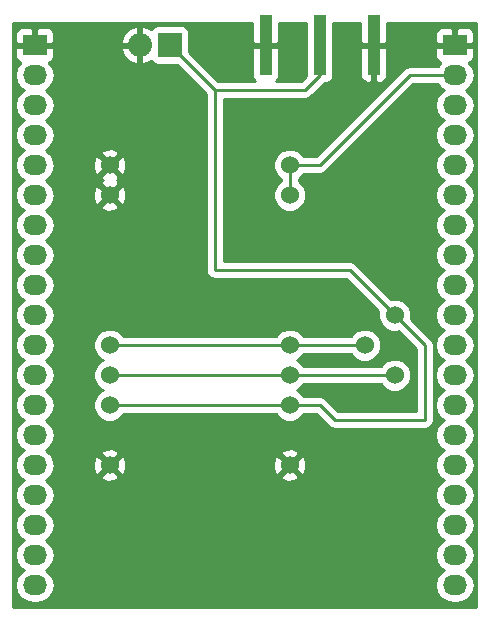
<source format=gbr>
G04 #@! TF.FileFunction,Copper,L1,Top,Signal*
%FSLAX46Y46*%
G04 Gerber Fmt 4.6, Leading zero omitted, Abs format (unit mm)*
G04 Created by KiCad (PCBNEW 4.0.3+e1-6302~38~ubuntu16.04.1-stable) date Thu Aug 18 10:35:29 2016*
%MOMM*%
%LPD*%
G01*
G04 APERTURE LIST*
%ADD10C,0.100000*%
%ADD11R,2.032000X1.727200*%
%ADD12O,2.032000X1.727200*%
%ADD13R,2.032000X2.032000*%
%ADD14O,2.032000X2.032000*%
%ADD15C,1.524000*%
%ADD16R,1.016000X5.080000*%
%ADD17C,0.250000*%
%ADD18C,0.254000*%
G04 APERTURE END LIST*
D10*
D11*
X58420000Y-48260000D03*
D12*
X58420000Y-50800000D03*
X58420000Y-53340000D03*
X58420000Y-55880000D03*
X58420000Y-58420000D03*
X58420000Y-60960000D03*
X58420000Y-63500000D03*
X58420000Y-66040000D03*
X58420000Y-68580000D03*
X58420000Y-71120000D03*
X58420000Y-73660000D03*
X58420000Y-76200000D03*
X58420000Y-78740000D03*
X58420000Y-81280000D03*
X58420000Y-83820000D03*
X58420000Y-86360000D03*
X58420000Y-88900000D03*
X58420000Y-91440000D03*
X58420000Y-93980000D03*
D13*
X69850000Y-48260000D03*
D14*
X67310000Y-48260000D03*
D11*
X93980000Y-48260000D03*
D12*
X93980000Y-50800000D03*
X93980000Y-53340000D03*
X93980000Y-55880000D03*
X93980000Y-58420000D03*
X93980000Y-60960000D03*
X93980000Y-63500000D03*
X93980000Y-66040000D03*
X93980000Y-68580000D03*
X93980000Y-71120000D03*
X93980000Y-73660000D03*
X93980000Y-76200000D03*
X93980000Y-78740000D03*
X93980000Y-81280000D03*
X93980000Y-83820000D03*
X93980000Y-86360000D03*
X93980000Y-88900000D03*
X93980000Y-91440000D03*
X93980000Y-93980000D03*
D15*
X86360000Y-73660000D03*
X88900000Y-71120000D03*
X88900000Y-76200000D03*
X64770000Y-58420000D03*
X64770000Y-60960000D03*
X64770000Y-73660000D03*
X64770000Y-76200000D03*
X64770000Y-78740000D03*
X64770000Y-83820000D03*
X80010000Y-83820000D03*
X80010000Y-78740000D03*
X80010000Y-76200000D03*
X80010000Y-73660000D03*
X80010000Y-60960000D03*
X80010000Y-58420000D03*
D16*
X77978000Y-48260000D03*
X87122000Y-48260000D03*
X82550000Y-48260000D03*
D17*
X73660000Y-52070000D02*
X81280000Y-52070000D01*
X81280000Y-52070000D02*
X82550000Y-50800000D01*
X82550000Y-50800000D02*
X82550000Y-48260000D01*
X73660000Y-53340000D02*
X73660000Y-52070000D01*
X85090000Y-67310000D02*
X73660000Y-67310000D01*
X73660000Y-67310000D02*
X73660000Y-53340000D01*
X88900000Y-71120000D02*
X85090000Y-67310000D01*
X73660000Y-52070000D02*
X69850000Y-48260000D01*
X88900000Y-71120000D02*
X91440000Y-73660000D01*
X82550000Y-78740000D02*
X80010000Y-78740000D01*
X83820000Y-80010000D02*
X82550000Y-78740000D01*
X91440000Y-80010000D02*
X83820000Y-80010000D01*
X91440000Y-73660000D02*
X91440000Y-80010000D01*
X64770000Y-78740000D02*
X80010000Y-78740000D01*
X80010000Y-58420000D02*
X82550000Y-58420000D01*
X90170000Y-50800000D02*
X93980000Y-50800000D01*
X82550000Y-58420000D02*
X90170000Y-50800000D01*
X80010000Y-60960000D02*
X80010000Y-58420000D01*
X80010000Y-73660000D02*
X86360000Y-73660000D01*
X64770000Y-73660000D02*
X80010000Y-73660000D01*
X80010000Y-76200000D02*
X88900000Y-76200000D01*
X64770000Y-76200000D02*
X80010000Y-76200000D01*
D18*
G36*
X76835000Y-47974250D02*
X76993750Y-48133000D01*
X77851000Y-48133000D01*
X77851000Y-48113000D01*
X78105000Y-48113000D01*
X78105000Y-48133000D01*
X78962250Y-48133000D01*
X79121000Y-47974250D01*
X79121000Y-46430000D01*
X81394560Y-46430000D01*
X81394560Y-50800000D01*
X81407330Y-50867868D01*
X80965198Y-51310000D01*
X78874025Y-51310000D01*
X79024327Y-51159699D01*
X79121000Y-50926310D01*
X79121000Y-48545750D01*
X78962250Y-48387000D01*
X78105000Y-48387000D01*
X78105000Y-48407000D01*
X77851000Y-48407000D01*
X77851000Y-48387000D01*
X76993750Y-48387000D01*
X76835000Y-48545750D01*
X76835000Y-50926310D01*
X76931673Y-51159699D01*
X77081975Y-51310000D01*
X73974802Y-51310000D01*
X71513440Y-48848638D01*
X71513440Y-47244000D01*
X71469162Y-47008683D01*
X71330090Y-46792559D01*
X71117890Y-46647569D01*
X70866000Y-46596560D01*
X68834000Y-46596560D01*
X68598683Y-46640838D01*
X68382559Y-46779910D01*
X68282144Y-46926872D01*
X68278379Y-46922812D01*
X67692946Y-46654017D01*
X67437000Y-46772633D01*
X67437000Y-48133000D01*
X67457000Y-48133000D01*
X67457000Y-48387000D01*
X67437000Y-48387000D01*
X67437000Y-49747367D01*
X67692946Y-49865983D01*
X68278379Y-49597188D01*
X68282934Y-49592276D01*
X68369910Y-49727441D01*
X68582110Y-49872431D01*
X68834000Y-49923440D01*
X70438638Y-49923440D01*
X72900000Y-52384802D01*
X72900000Y-67310000D01*
X72957852Y-67600839D01*
X73122599Y-67847401D01*
X73369161Y-68012148D01*
X73660000Y-68070000D01*
X84775198Y-68070000D01*
X87515817Y-70810619D01*
X87503243Y-70840900D01*
X87502758Y-71396661D01*
X87714990Y-71910303D01*
X88107630Y-72303629D01*
X88620900Y-72516757D01*
X89176661Y-72517242D01*
X89209055Y-72503857D01*
X90680000Y-73974802D01*
X90680000Y-79250000D01*
X84134802Y-79250000D01*
X83087401Y-78202599D01*
X82840839Y-78037852D01*
X82550000Y-77980000D01*
X81207531Y-77980000D01*
X81195010Y-77949697D01*
X80802370Y-77556371D01*
X80594488Y-77470051D01*
X80800303Y-77385010D01*
X81193629Y-76992370D01*
X81207070Y-76960000D01*
X87702469Y-76960000D01*
X87714990Y-76990303D01*
X88107630Y-77383629D01*
X88620900Y-77596757D01*
X89176661Y-77597242D01*
X89690303Y-77385010D01*
X90083629Y-76992370D01*
X90296757Y-76479100D01*
X90297242Y-75923339D01*
X90085010Y-75409697D01*
X89692370Y-75016371D01*
X89179100Y-74803243D01*
X88623339Y-74802758D01*
X88109697Y-75014990D01*
X87716371Y-75407630D01*
X87702930Y-75440000D01*
X81207531Y-75440000D01*
X81195010Y-75409697D01*
X80802370Y-75016371D01*
X80594488Y-74930051D01*
X80800303Y-74845010D01*
X81193629Y-74452370D01*
X81207070Y-74420000D01*
X85162469Y-74420000D01*
X85174990Y-74450303D01*
X85567630Y-74843629D01*
X86080900Y-75056757D01*
X86636661Y-75057242D01*
X87150303Y-74845010D01*
X87543629Y-74452370D01*
X87756757Y-73939100D01*
X87757242Y-73383339D01*
X87545010Y-72869697D01*
X87152370Y-72476371D01*
X86639100Y-72263243D01*
X86083339Y-72262758D01*
X85569697Y-72474990D01*
X85176371Y-72867630D01*
X85162930Y-72900000D01*
X81207531Y-72900000D01*
X81195010Y-72869697D01*
X80802370Y-72476371D01*
X80289100Y-72263243D01*
X79733339Y-72262758D01*
X79219697Y-72474990D01*
X78826371Y-72867630D01*
X78812930Y-72900000D01*
X65967531Y-72900000D01*
X65955010Y-72869697D01*
X65562370Y-72476371D01*
X65049100Y-72263243D01*
X64493339Y-72262758D01*
X63979697Y-72474990D01*
X63586371Y-72867630D01*
X63373243Y-73380900D01*
X63372758Y-73936661D01*
X63584990Y-74450303D01*
X63977630Y-74843629D01*
X64185512Y-74929949D01*
X63979697Y-75014990D01*
X63586371Y-75407630D01*
X63373243Y-75920900D01*
X63372758Y-76476661D01*
X63584990Y-76990303D01*
X63977630Y-77383629D01*
X64185512Y-77469949D01*
X63979697Y-77554990D01*
X63586371Y-77947630D01*
X63373243Y-78460900D01*
X63372758Y-79016661D01*
X63584990Y-79530303D01*
X63977630Y-79923629D01*
X64490900Y-80136757D01*
X65046661Y-80137242D01*
X65560303Y-79925010D01*
X65953629Y-79532370D01*
X65967070Y-79500000D01*
X78812469Y-79500000D01*
X78824990Y-79530303D01*
X79217630Y-79923629D01*
X79730900Y-80136757D01*
X80286661Y-80137242D01*
X80800303Y-79925010D01*
X81193629Y-79532370D01*
X81207070Y-79500000D01*
X82235198Y-79500000D01*
X83282599Y-80547401D01*
X83529160Y-80712148D01*
X83820000Y-80770000D01*
X91440000Y-80770000D01*
X91730839Y-80712148D01*
X91977401Y-80547401D01*
X92142148Y-80300839D01*
X92200000Y-80010000D01*
X92200000Y-73660000D01*
X92142148Y-73369161D01*
X92142148Y-73369160D01*
X91977401Y-73122599D01*
X90284183Y-71429381D01*
X90296757Y-71399100D01*
X90297242Y-70843339D01*
X90085010Y-70329697D01*
X89692370Y-69936371D01*
X89179100Y-69723243D01*
X88623339Y-69722758D01*
X88590945Y-69736143D01*
X85627401Y-66772599D01*
X85380839Y-66607852D01*
X85090000Y-66550000D01*
X74420000Y-66550000D01*
X74420000Y-58696661D01*
X78612758Y-58696661D01*
X78824990Y-59210303D01*
X79217630Y-59603629D01*
X79250000Y-59617070D01*
X79250000Y-59762469D01*
X79219697Y-59774990D01*
X78826371Y-60167630D01*
X78613243Y-60680900D01*
X78612758Y-61236661D01*
X78824990Y-61750303D01*
X79217630Y-62143629D01*
X79730900Y-62356757D01*
X80286661Y-62357242D01*
X80800303Y-62145010D01*
X81193629Y-61752370D01*
X81406757Y-61239100D01*
X81407242Y-60683339D01*
X81195010Y-60169697D01*
X80802370Y-59776371D01*
X80770000Y-59762930D01*
X80770000Y-59617531D01*
X80800303Y-59605010D01*
X81193629Y-59212370D01*
X81207070Y-59180000D01*
X82550000Y-59180000D01*
X82840839Y-59122148D01*
X83087401Y-58957401D01*
X90484802Y-51560000D01*
X92535352Y-51560000D01*
X92735585Y-51859670D01*
X93050366Y-52070000D01*
X92735585Y-52280330D01*
X92410729Y-52766511D01*
X92296655Y-53340000D01*
X92410729Y-53913489D01*
X92735585Y-54399670D01*
X93050366Y-54610000D01*
X92735585Y-54820330D01*
X92410729Y-55306511D01*
X92296655Y-55880000D01*
X92410729Y-56453489D01*
X92735585Y-56939670D01*
X93050366Y-57150000D01*
X92735585Y-57360330D01*
X92410729Y-57846511D01*
X92296655Y-58420000D01*
X92410729Y-58993489D01*
X92735585Y-59479670D01*
X93050366Y-59690000D01*
X92735585Y-59900330D01*
X92410729Y-60386511D01*
X92296655Y-60960000D01*
X92410729Y-61533489D01*
X92735585Y-62019670D01*
X93050366Y-62230000D01*
X92735585Y-62440330D01*
X92410729Y-62926511D01*
X92296655Y-63500000D01*
X92410729Y-64073489D01*
X92735585Y-64559670D01*
X93050366Y-64770000D01*
X92735585Y-64980330D01*
X92410729Y-65466511D01*
X92296655Y-66040000D01*
X92410729Y-66613489D01*
X92735585Y-67099670D01*
X93050366Y-67310000D01*
X92735585Y-67520330D01*
X92410729Y-68006511D01*
X92296655Y-68580000D01*
X92410729Y-69153489D01*
X92735585Y-69639670D01*
X93050366Y-69850000D01*
X92735585Y-70060330D01*
X92410729Y-70546511D01*
X92296655Y-71120000D01*
X92410729Y-71693489D01*
X92735585Y-72179670D01*
X93050366Y-72390000D01*
X92735585Y-72600330D01*
X92410729Y-73086511D01*
X92296655Y-73660000D01*
X92410729Y-74233489D01*
X92735585Y-74719670D01*
X93050366Y-74930000D01*
X92735585Y-75140330D01*
X92410729Y-75626511D01*
X92296655Y-76200000D01*
X92410729Y-76773489D01*
X92735585Y-77259670D01*
X93050366Y-77470000D01*
X92735585Y-77680330D01*
X92410729Y-78166511D01*
X92296655Y-78740000D01*
X92410729Y-79313489D01*
X92735585Y-79799670D01*
X93050366Y-80010000D01*
X92735585Y-80220330D01*
X92410729Y-80706511D01*
X92296655Y-81280000D01*
X92410729Y-81853489D01*
X92735585Y-82339670D01*
X93050366Y-82550000D01*
X92735585Y-82760330D01*
X92410729Y-83246511D01*
X92296655Y-83820000D01*
X92410729Y-84393489D01*
X92735585Y-84879670D01*
X93050366Y-85090000D01*
X92735585Y-85300330D01*
X92410729Y-85786511D01*
X92296655Y-86360000D01*
X92410729Y-86933489D01*
X92735585Y-87419670D01*
X93050366Y-87630000D01*
X92735585Y-87840330D01*
X92410729Y-88326511D01*
X92296655Y-88900000D01*
X92410729Y-89473489D01*
X92735585Y-89959670D01*
X93050366Y-90170000D01*
X92735585Y-90380330D01*
X92410729Y-90866511D01*
X92296655Y-91440000D01*
X92410729Y-92013489D01*
X92735585Y-92499670D01*
X93050366Y-92710000D01*
X92735585Y-92920330D01*
X92410729Y-93406511D01*
X92296655Y-93980000D01*
X92410729Y-94553489D01*
X92735585Y-95039670D01*
X93221766Y-95364526D01*
X93795255Y-95478600D01*
X94164745Y-95478600D01*
X94738234Y-95364526D01*
X95224415Y-95039670D01*
X95549271Y-94553489D01*
X95663345Y-93980000D01*
X95549271Y-93406511D01*
X95224415Y-92920330D01*
X94909634Y-92710000D01*
X95224415Y-92499670D01*
X95549271Y-92013489D01*
X95663345Y-91440000D01*
X95549271Y-90866511D01*
X95224415Y-90380330D01*
X94909634Y-90170000D01*
X95224415Y-89959670D01*
X95549271Y-89473489D01*
X95663345Y-88900000D01*
X95549271Y-88326511D01*
X95224415Y-87840330D01*
X94909634Y-87630000D01*
X95224415Y-87419670D01*
X95549271Y-86933489D01*
X95663345Y-86360000D01*
X95549271Y-85786511D01*
X95224415Y-85300330D01*
X94909634Y-85090000D01*
X95224415Y-84879670D01*
X95549271Y-84393489D01*
X95663345Y-83820000D01*
X95549271Y-83246511D01*
X95224415Y-82760330D01*
X94909634Y-82550000D01*
X95224415Y-82339670D01*
X95549271Y-81853489D01*
X95663345Y-81280000D01*
X95549271Y-80706511D01*
X95224415Y-80220330D01*
X94909634Y-80010000D01*
X95224415Y-79799670D01*
X95549271Y-79313489D01*
X95663345Y-78740000D01*
X95549271Y-78166511D01*
X95224415Y-77680330D01*
X94909634Y-77470000D01*
X95224415Y-77259670D01*
X95549271Y-76773489D01*
X95663345Y-76200000D01*
X95549271Y-75626511D01*
X95224415Y-75140330D01*
X94909634Y-74930000D01*
X95224415Y-74719670D01*
X95549271Y-74233489D01*
X95663345Y-73660000D01*
X95549271Y-73086511D01*
X95224415Y-72600330D01*
X94909634Y-72390000D01*
X95224415Y-72179670D01*
X95549271Y-71693489D01*
X95663345Y-71120000D01*
X95549271Y-70546511D01*
X95224415Y-70060330D01*
X94909634Y-69850000D01*
X95224415Y-69639670D01*
X95549271Y-69153489D01*
X95663345Y-68580000D01*
X95549271Y-68006511D01*
X95224415Y-67520330D01*
X94909634Y-67310000D01*
X95224415Y-67099670D01*
X95549271Y-66613489D01*
X95663345Y-66040000D01*
X95549271Y-65466511D01*
X95224415Y-64980330D01*
X94909634Y-64770000D01*
X95224415Y-64559670D01*
X95549271Y-64073489D01*
X95663345Y-63500000D01*
X95549271Y-62926511D01*
X95224415Y-62440330D01*
X94909634Y-62230000D01*
X95224415Y-62019670D01*
X95549271Y-61533489D01*
X95663345Y-60960000D01*
X95549271Y-60386511D01*
X95224415Y-59900330D01*
X94909634Y-59690000D01*
X95224415Y-59479670D01*
X95549271Y-58993489D01*
X95663345Y-58420000D01*
X95549271Y-57846511D01*
X95224415Y-57360330D01*
X94909634Y-57150000D01*
X95224415Y-56939670D01*
X95549271Y-56453489D01*
X95663345Y-55880000D01*
X95549271Y-55306511D01*
X95224415Y-54820330D01*
X94909634Y-54610000D01*
X95224415Y-54399670D01*
X95549271Y-53913489D01*
X95663345Y-53340000D01*
X95549271Y-52766511D01*
X95224415Y-52280330D01*
X94909634Y-52070000D01*
X95224415Y-51859670D01*
X95549271Y-51373489D01*
X95663345Y-50800000D01*
X95549271Y-50226511D01*
X95224415Y-49740330D01*
X95202220Y-49725500D01*
X95355699Y-49661927D01*
X95534327Y-49483298D01*
X95631000Y-49249909D01*
X95631000Y-48545750D01*
X95472250Y-48387000D01*
X94107000Y-48387000D01*
X94107000Y-48407000D01*
X93853000Y-48407000D01*
X93853000Y-48387000D01*
X92487750Y-48387000D01*
X92329000Y-48545750D01*
X92329000Y-49249909D01*
X92425673Y-49483298D01*
X92604301Y-49661927D01*
X92757780Y-49725500D01*
X92735585Y-49740330D01*
X92535352Y-50040000D01*
X90170000Y-50040000D01*
X89879160Y-50097852D01*
X89632599Y-50262599D01*
X82235198Y-57660000D01*
X81207531Y-57660000D01*
X81195010Y-57629697D01*
X80802370Y-57236371D01*
X80289100Y-57023243D01*
X79733339Y-57022758D01*
X79219697Y-57234990D01*
X78826371Y-57627630D01*
X78613243Y-58140900D01*
X78612758Y-58696661D01*
X74420000Y-58696661D01*
X74420000Y-52830000D01*
X81280000Y-52830000D01*
X81570839Y-52772148D01*
X81817401Y-52607401D01*
X82977362Y-51447440D01*
X83058000Y-51447440D01*
X83293317Y-51403162D01*
X83509441Y-51264090D01*
X83654431Y-51051890D01*
X83705440Y-50800000D01*
X83705440Y-48545750D01*
X85979000Y-48545750D01*
X85979000Y-50926310D01*
X86075673Y-51159699D01*
X86254302Y-51338327D01*
X86487691Y-51435000D01*
X86836250Y-51435000D01*
X86995000Y-51276250D01*
X86995000Y-48387000D01*
X87249000Y-48387000D01*
X87249000Y-51276250D01*
X87407750Y-51435000D01*
X87756309Y-51435000D01*
X87989698Y-51338327D01*
X88168327Y-51159699D01*
X88265000Y-50926310D01*
X88265000Y-48545750D01*
X88106250Y-48387000D01*
X87249000Y-48387000D01*
X86995000Y-48387000D01*
X86137750Y-48387000D01*
X85979000Y-48545750D01*
X83705440Y-48545750D01*
X83705440Y-46430000D01*
X85979000Y-46430000D01*
X85979000Y-47974250D01*
X86137750Y-48133000D01*
X86995000Y-48133000D01*
X86995000Y-48113000D01*
X87249000Y-48113000D01*
X87249000Y-48133000D01*
X88106250Y-48133000D01*
X88265000Y-47974250D01*
X88265000Y-47270091D01*
X92329000Y-47270091D01*
X92329000Y-47974250D01*
X92487750Y-48133000D01*
X93853000Y-48133000D01*
X93853000Y-46920150D01*
X94107000Y-46920150D01*
X94107000Y-48133000D01*
X95472250Y-48133000D01*
X95631000Y-47974250D01*
X95631000Y-47270091D01*
X95534327Y-47036702D01*
X95355699Y-46858073D01*
X95122310Y-46761400D01*
X94265750Y-46761400D01*
X94107000Y-46920150D01*
X93853000Y-46920150D01*
X93694250Y-46761400D01*
X92837690Y-46761400D01*
X92604301Y-46858073D01*
X92425673Y-47036702D01*
X92329000Y-47270091D01*
X88265000Y-47270091D01*
X88265000Y-46430000D01*
X95810000Y-46430000D01*
X95810000Y-95810000D01*
X56590000Y-95810000D01*
X56590000Y-50800000D01*
X56736655Y-50800000D01*
X56850729Y-51373489D01*
X57175585Y-51859670D01*
X57490366Y-52070000D01*
X57175585Y-52280330D01*
X56850729Y-52766511D01*
X56736655Y-53340000D01*
X56850729Y-53913489D01*
X57175585Y-54399670D01*
X57490366Y-54610000D01*
X57175585Y-54820330D01*
X56850729Y-55306511D01*
X56736655Y-55880000D01*
X56850729Y-56453489D01*
X57175585Y-56939670D01*
X57490366Y-57150000D01*
X57175585Y-57360330D01*
X56850729Y-57846511D01*
X56736655Y-58420000D01*
X56850729Y-58993489D01*
X57175585Y-59479670D01*
X57490366Y-59690000D01*
X57175585Y-59900330D01*
X56850729Y-60386511D01*
X56736655Y-60960000D01*
X56850729Y-61533489D01*
X57175585Y-62019670D01*
X57490366Y-62230000D01*
X57175585Y-62440330D01*
X56850729Y-62926511D01*
X56736655Y-63500000D01*
X56850729Y-64073489D01*
X57175585Y-64559670D01*
X57490366Y-64770000D01*
X57175585Y-64980330D01*
X56850729Y-65466511D01*
X56736655Y-66040000D01*
X56850729Y-66613489D01*
X57175585Y-67099670D01*
X57490366Y-67310000D01*
X57175585Y-67520330D01*
X56850729Y-68006511D01*
X56736655Y-68580000D01*
X56850729Y-69153489D01*
X57175585Y-69639670D01*
X57490366Y-69850000D01*
X57175585Y-70060330D01*
X56850729Y-70546511D01*
X56736655Y-71120000D01*
X56850729Y-71693489D01*
X57175585Y-72179670D01*
X57490366Y-72390000D01*
X57175585Y-72600330D01*
X56850729Y-73086511D01*
X56736655Y-73660000D01*
X56850729Y-74233489D01*
X57175585Y-74719670D01*
X57490366Y-74930000D01*
X57175585Y-75140330D01*
X56850729Y-75626511D01*
X56736655Y-76200000D01*
X56850729Y-76773489D01*
X57175585Y-77259670D01*
X57490366Y-77470000D01*
X57175585Y-77680330D01*
X56850729Y-78166511D01*
X56736655Y-78740000D01*
X56850729Y-79313489D01*
X57175585Y-79799670D01*
X57490366Y-80010000D01*
X57175585Y-80220330D01*
X56850729Y-80706511D01*
X56736655Y-81280000D01*
X56850729Y-81853489D01*
X57175585Y-82339670D01*
X57490366Y-82550000D01*
X57175585Y-82760330D01*
X56850729Y-83246511D01*
X56736655Y-83820000D01*
X56850729Y-84393489D01*
X57175585Y-84879670D01*
X57490366Y-85090000D01*
X57175585Y-85300330D01*
X56850729Y-85786511D01*
X56736655Y-86360000D01*
X56850729Y-86933489D01*
X57175585Y-87419670D01*
X57490366Y-87630000D01*
X57175585Y-87840330D01*
X56850729Y-88326511D01*
X56736655Y-88900000D01*
X56850729Y-89473489D01*
X57175585Y-89959670D01*
X57490366Y-90170000D01*
X57175585Y-90380330D01*
X56850729Y-90866511D01*
X56736655Y-91440000D01*
X56850729Y-92013489D01*
X57175585Y-92499670D01*
X57490366Y-92710000D01*
X57175585Y-92920330D01*
X56850729Y-93406511D01*
X56736655Y-93980000D01*
X56850729Y-94553489D01*
X57175585Y-95039670D01*
X57661766Y-95364526D01*
X58235255Y-95478600D01*
X58604745Y-95478600D01*
X59178234Y-95364526D01*
X59664415Y-95039670D01*
X59989271Y-94553489D01*
X60103345Y-93980000D01*
X59989271Y-93406511D01*
X59664415Y-92920330D01*
X59349634Y-92710000D01*
X59664415Y-92499670D01*
X59989271Y-92013489D01*
X60103345Y-91440000D01*
X59989271Y-90866511D01*
X59664415Y-90380330D01*
X59349634Y-90170000D01*
X59664415Y-89959670D01*
X59989271Y-89473489D01*
X60103345Y-88900000D01*
X59989271Y-88326511D01*
X59664415Y-87840330D01*
X59349634Y-87630000D01*
X59664415Y-87419670D01*
X59989271Y-86933489D01*
X60103345Y-86360000D01*
X59989271Y-85786511D01*
X59664415Y-85300330D01*
X59349634Y-85090000D01*
X59664415Y-84879670D01*
X59717506Y-84800213D01*
X63969392Y-84800213D01*
X64038857Y-85042397D01*
X64562302Y-85229144D01*
X65117368Y-85201362D01*
X65501143Y-85042397D01*
X65570608Y-84800213D01*
X79209392Y-84800213D01*
X79278857Y-85042397D01*
X79802302Y-85229144D01*
X80357368Y-85201362D01*
X80741143Y-85042397D01*
X80810608Y-84800213D01*
X80010000Y-83999605D01*
X79209392Y-84800213D01*
X65570608Y-84800213D01*
X64770000Y-83999605D01*
X63969392Y-84800213D01*
X59717506Y-84800213D01*
X59989271Y-84393489D01*
X60103345Y-83820000D01*
X60062032Y-83612302D01*
X63360856Y-83612302D01*
X63388638Y-84167368D01*
X63547603Y-84551143D01*
X63789787Y-84620608D01*
X64590395Y-83820000D01*
X64949605Y-83820000D01*
X65750213Y-84620608D01*
X65992397Y-84551143D01*
X66179144Y-84027698D01*
X66158353Y-83612302D01*
X78600856Y-83612302D01*
X78628638Y-84167368D01*
X78787603Y-84551143D01*
X79029787Y-84620608D01*
X79830395Y-83820000D01*
X80189605Y-83820000D01*
X80990213Y-84620608D01*
X81232397Y-84551143D01*
X81419144Y-84027698D01*
X81391362Y-83472632D01*
X81232397Y-83088857D01*
X80990213Y-83019392D01*
X80189605Y-83820000D01*
X79830395Y-83820000D01*
X79029787Y-83019392D01*
X78787603Y-83088857D01*
X78600856Y-83612302D01*
X66158353Y-83612302D01*
X66151362Y-83472632D01*
X65992397Y-83088857D01*
X65750213Y-83019392D01*
X64949605Y-83820000D01*
X64590395Y-83820000D01*
X63789787Y-83019392D01*
X63547603Y-83088857D01*
X63360856Y-83612302D01*
X60062032Y-83612302D01*
X59989271Y-83246511D01*
X59717507Y-82839787D01*
X63969392Y-82839787D01*
X64770000Y-83640395D01*
X65570608Y-82839787D01*
X79209392Y-82839787D01*
X80010000Y-83640395D01*
X80810608Y-82839787D01*
X80741143Y-82597603D01*
X80217698Y-82410856D01*
X79662632Y-82438638D01*
X79278857Y-82597603D01*
X79209392Y-82839787D01*
X65570608Y-82839787D01*
X65501143Y-82597603D01*
X64977698Y-82410856D01*
X64422632Y-82438638D01*
X64038857Y-82597603D01*
X63969392Y-82839787D01*
X59717507Y-82839787D01*
X59664415Y-82760330D01*
X59349634Y-82550000D01*
X59664415Y-82339670D01*
X59989271Y-81853489D01*
X60103345Y-81280000D01*
X59989271Y-80706511D01*
X59664415Y-80220330D01*
X59349634Y-80010000D01*
X59664415Y-79799670D01*
X59989271Y-79313489D01*
X60103345Y-78740000D01*
X59989271Y-78166511D01*
X59664415Y-77680330D01*
X59349634Y-77470000D01*
X59664415Y-77259670D01*
X59989271Y-76773489D01*
X60103345Y-76200000D01*
X59989271Y-75626511D01*
X59664415Y-75140330D01*
X59349634Y-74930000D01*
X59664415Y-74719670D01*
X59989271Y-74233489D01*
X60103345Y-73660000D01*
X59989271Y-73086511D01*
X59664415Y-72600330D01*
X59349634Y-72390000D01*
X59664415Y-72179670D01*
X59989271Y-71693489D01*
X60103345Y-71120000D01*
X59989271Y-70546511D01*
X59664415Y-70060330D01*
X59349634Y-69850000D01*
X59664415Y-69639670D01*
X59989271Y-69153489D01*
X60103345Y-68580000D01*
X59989271Y-68006511D01*
X59664415Y-67520330D01*
X59349634Y-67310000D01*
X59664415Y-67099670D01*
X59989271Y-66613489D01*
X60103345Y-66040000D01*
X59989271Y-65466511D01*
X59664415Y-64980330D01*
X59349634Y-64770000D01*
X59664415Y-64559670D01*
X59989271Y-64073489D01*
X60103345Y-63500000D01*
X59989271Y-62926511D01*
X59664415Y-62440330D01*
X59349634Y-62230000D01*
X59664415Y-62019670D01*
X59717506Y-61940213D01*
X63969392Y-61940213D01*
X64038857Y-62182397D01*
X64562302Y-62369144D01*
X65117368Y-62341362D01*
X65501143Y-62182397D01*
X65570608Y-61940213D01*
X64770000Y-61139605D01*
X63969392Y-61940213D01*
X59717506Y-61940213D01*
X59989271Y-61533489D01*
X60103345Y-60960000D01*
X60062032Y-60752302D01*
X63360856Y-60752302D01*
X63388638Y-61307368D01*
X63547603Y-61691143D01*
X63789787Y-61760608D01*
X64590395Y-60960000D01*
X64949605Y-60960000D01*
X65750213Y-61760608D01*
X65992397Y-61691143D01*
X66179144Y-61167698D01*
X66151362Y-60612632D01*
X65992397Y-60228857D01*
X65750213Y-60159392D01*
X64949605Y-60960000D01*
X64590395Y-60960000D01*
X63789787Y-60159392D01*
X63547603Y-60228857D01*
X63360856Y-60752302D01*
X60062032Y-60752302D01*
X59989271Y-60386511D01*
X59664415Y-59900330D01*
X59349634Y-59690000D01*
X59664415Y-59479670D01*
X59717506Y-59400213D01*
X63969392Y-59400213D01*
X64038857Y-59642397D01*
X64162344Y-59686453D01*
X64038857Y-59737603D01*
X63969392Y-59979787D01*
X64770000Y-60780395D01*
X65570608Y-59979787D01*
X65501143Y-59737603D01*
X65377656Y-59693547D01*
X65501143Y-59642397D01*
X65570608Y-59400213D01*
X64770000Y-58599605D01*
X63969392Y-59400213D01*
X59717506Y-59400213D01*
X59989271Y-58993489D01*
X60103345Y-58420000D01*
X60062032Y-58212302D01*
X63360856Y-58212302D01*
X63388638Y-58767368D01*
X63547603Y-59151143D01*
X63789787Y-59220608D01*
X64590395Y-58420000D01*
X64949605Y-58420000D01*
X65750213Y-59220608D01*
X65992397Y-59151143D01*
X66179144Y-58627698D01*
X66151362Y-58072632D01*
X65992397Y-57688857D01*
X65750213Y-57619392D01*
X64949605Y-58420000D01*
X64590395Y-58420000D01*
X63789787Y-57619392D01*
X63547603Y-57688857D01*
X63360856Y-58212302D01*
X60062032Y-58212302D01*
X59989271Y-57846511D01*
X59717507Y-57439787D01*
X63969392Y-57439787D01*
X64770000Y-58240395D01*
X65570608Y-57439787D01*
X65501143Y-57197603D01*
X64977698Y-57010856D01*
X64422632Y-57038638D01*
X64038857Y-57197603D01*
X63969392Y-57439787D01*
X59717507Y-57439787D01*
X59664415Y-57360330D01*
X59349634Y-57150000D01*
X59664415Y-56939670D01*
X59989271Y-56453489D01*
X60103345Y-55880000D01*
X59989271Y-55306511D01*
X59664415Y-54820330D01*
X59349634Y-54610000D01*
X59664415Y-54399670D01*
X59989271Y-53913489D01*
X60103345Y-53340000D01*
X59989271Y-52766511D01*
X59664415Y-52280330D01*
X59349634Y-52070000D01*
X59664415Y-51859670D01*
X59989271Y-51373489D01*
X60103345Y-50800000D01*
X59989271Y-50226511D01*
X59664415Y-49740330D01*
X59642220Y-49725500D01*
X59795699Y-49661927D01*
X59974327Y-49483298D01*
X60071000Y-49249909D01*
X60071000Y-48642944D01*
X65704025Y-48642944D01*
X65903615Y-49124818D01*
X66341621Y-49597188D01*
X66927054Y-49865983D01*
X67183000Y-49747367D01*
X67183000Y-48387000D01*
X65823164Y-48387000D01*
X65704025Y-48642944D01*
X60071000Y-48642944D01*
X60071000Y-48545750D01*
X59912250Y-48387000D01*
X58547000Y-48387000D01*
X58547000Y-48407000D01*
X58293000Y-48407000D01*
X58293000Y-48387000D01*
X56927750Y-48387000D01*
X56769000Y-48545750D01*
X56769000Y-49249909D01*
X56865673Y-49483298D01*
X57044301Y-49661927D01*
X57197780Y-49725500D01*
X57175585Y-49740330D01*
X56850729Y-50226511D01*
X56736655Y-50800000D01*
X56590000Y-50800000D01*
X56590000Y-47270091D01*
X56769000Y-47270091D01*
X56769000Y-47974250D01*
X56927750Y-48133000D01*
X58293000Y-48133000D01*
X58293000Y-46920150D01*
X58547000Y-46920150D01*
X58547000Y-48133000D01*
X59912250Y-48133000D01*
X60071000Y-47974250D01*
X60071000Y-47877056D01*
X65704025Y-47877056D01*
X65823164Y-48133000D01*
X67183000Y-48133000D01*
X67183000Y-46772633D01*
X66927054Y-46654017D01*
X66341621Y-46922812D01*
X65903615Y-47395182D01*
X65704025Y-47877056D01*
X60071000Y-47877056D01*
X60071000Y-47270091D01*
X59974327Y-47036702D01*
X59795699Y-46858073D01*
X59562310Y-46761400D01*
X58705750Y-46761400D01*
X58547000Y-46920150D01*
X58293000Y-46920150D01*
X58134250Y-46761400D01*
X57277690Y-46761400D01*
X57044301Y-46858073D01*
X56865673Y-47036702D01*
X56769000Y-47270091D01*
X56590000Y-47270091D01*
X56590000Y-46430000D01*
X76835000Y-46430000D01*
X76835000Y-47974250D01*
X76835000Y-47974250D01*
G37*
X76835000Y-47974250D02*
X76993750Y-48133000D01*
X77851000Y-48133000D01*
X77851000Y-48113000D01*
X78105000Y-48113000D01*
X78105000Y-48133000D01*
X78962250Y-48133000D01*
X79121000Y-47974250D01*
X79121000Y-46430000D01*
X81394560Y-46430000D01*
X81394560Y-50800000D01*
X81407330Y-50867868D01*
X80965198Y-51310000D01*
X78874025Y-51310000D01*
X79024327Y-51159699D01*
X79121000Y-50926310D01*
X79121000Y-48545750D01*
X78962250Y-48387000D01*
X78105000Y-48387000D01*
X78105000Y-48407000D01*
X77851000Y-48407000D01*
X77851000Y-48387000D01*
X76993750Y-48387000D01*
X76835000Y-48545750D01*
X76835000Y-50926310D01*
X76931673Y-51159699D01*
X77081975Y-51310000D01*
X73974802Y-51310000D01*
X71513440Y-48848638D01*
X71513440Y-47244000D01*
X71469162Y-47008683D01*
X71330090Y-46792559D01*
X71117890Y-46647569D01*
X70866000Y-46596560D01*
X68834000Y-46596560D01*
X68598683Y-46640838D01*
X68382559Y-46779910D01*
X68282144Y-46926872D01*
X68278379Y-46922812D01*
X67692946Y-46654017D01*
X67437000Y-46772633D01*
X67437000Y-48133000D01*
X67457000Y-48133000D01*
X67457000Y-48387000D01*
X67437000Y-48387000D01*
X67437000Y-49747367D01*
X67692946Y-49865983D01*
X68278379Y-49597188D01*
X68282934Y-49592276D01*
X68369910Y-49727441D01*
X68582110Y-49872431D01*
X68834000Y-49923440D01*
X70438638Y-49923440D01*
X72900000Y-52384802D01*
X72900000Y-67310000D01*
X72957852Y-67600839D01*
X73122599Y-67847401D01*
X73369161Y-68012148D01*
X73660000Y-68070000D01*
X84775198Y-68070000D01*
X87515817Y-70810619D01*
X87503243Y-70840900D01*
X87502758Y-71396661D01*
X87714990Y-71910303D01*
X88107630Y-72303629D01*
X88620900Y-72516757D01*
X89176661Y-72517242D01*
X89209055Y-72503857D01*
X90680000Y-73974802D01*
X90680000Y-79250000D01*
X84134802Y-79250000D01*
X83087401Y-78202599D01*
X82840839Y-78037852D01*
X82550000Y-77980000D01*
X81207531Y-77980000D01*
X81195010Y-77949697D01*
X80802370Y-77556371D01*
X80594488Y-77470051D01*
X80800303Y-77385010D01*
X81193629Y-76992370D01*
X81207070Y-76960000D01*
X87702469Y-76960000D01*
X87714990Y-76990303D01*
X88107630Y-77383629D01*
X88620900Y-77596757D01*
X89176661Y-77597242D01*
X89690303Y-77385010D01*
X90083629Y-76992370D01*
X90296757Y-76479100D01*
X90297242Y-75923339D01*
X90085010Y-75409697D01*
X89692370Y-75016371D01*
X89179100Y-74803243D01*
X88623339Y-74802758D01*
X88109697Y-75014990D01*
X87716371Y-75407630D01*
X87702930Y-75440000D01*
X81207531Y-75440000D01*
X81195010Y-75409697D01*
X80802370Y-75016371D01*
X80594488Y-74930051D01*
X80800303Y-74845010D01*
X81193629Y-74452370D01*
X81207070Y-74420000D01*
X85162469Y-74420000D01*
X85174990Y-74450303D01*
X85567630Y-74843629D01*
X86080900Y-75056757D01*
X86636661Y-75057242D01*
X87150303Y-74845010D01*
X87543629Y-74452370D01*
X87756757Y-73939100D01*
X87757242Y-73383339D01*
X87545010Y-72869697D01*
X87152370Y-72476371D01*
X86639100Y-72263243D01*
X86083339Y-72262758D01*
X85569697Y-72474990D01*
X85176371Y-72867630D01*
X85162930Y-72900000D01*
X81207531Y-72900000D01*
X81195010Y-72869697D01*
X80802370Y-72476371D01*
X80289100Y-72263243D01*
X79733339Y-72262758D01*
X79219697Y-72474990D01*
X78826371Y-72867630D01*
X78812930Y-72900000D01*
X65967531Y-72900000D01*
X65955010Y-72869697D01*
X65562370Y-72476371D01*
X65049100Y-72263243D01*
X64493339Y-72262758D01*
X63979697Y-72474990D01*
X63586371Y-72867630D01*
X63373243Y-73380900D01*
X63372758Y-73936661D01*
X63584990Y-74450303D01*
X63977630Y-74843629D01*
X64185512Y-74929949D01*
X63979697Y-75014990D01*
X63586371Y-75407630D01*
X63373243Y-75920900D01*
X63372758Y-76476661D01*
X63584990Y-76990303D01*
X63977630Y-77383629D01*
X64185512Y-77469949D01*
X63979697Y-77554990D01*
X63586371Y-77947630D01*
X63373243Y-78460900D01*
X63372758Y-79016661D01*
X63584990Y-79530303D01*
X63977630Y-79923629D01*
X64490900Y-80136757D01*
X65046661Y-80137242D01*
X65560303Y-79925010D01*
X65953629Y-79532370D01*
X65967070Y-79500000D01*
X78812469Y-79500000D01*
X78824990Y-79530303D01*
X79217630Y-79923629D01*
X79730900Y-80136757D01*
X80286661Y-80137242D01*
X80800303Y-79925010D01*
X81193629Y-79532370D01*
X81207070Y-79500000D01*
X82235198Y-79500000D01*
X83282599Y-80547401D01*
X83529160Y-80712148D01*
X83820000Y-80770000D01*
X91440000Y-80770000D01*
X91730839Y-80712148D01*
X91977401Y-80547401D01*
X92142148Y-80300839D01*
X92200000Y-80010000D01*
X92200000Y-73660000D01*
X92142148Y-73369161D01*
X92142148Y-73369160D01*
X91977401Y-73122599D01*
X90284183Y-71429381D01*
X90296757Y-71399100D01*
X90297242Y-70843339D01*
X90085010Y-70329697D01*
X89692370Y-69936371D01*
X89179100Y-69723243D01*
X88623339Y-69722758D01*
X88590945Y-69736143D01*
X85627401Y-66772599D01*
X85380839Y-66607852D01*
X85090000Y-66550000D01*
X74420000Y-66550000D01*
X74420000Y-58696661D01*
X78612758Y-58696661D01*
X78824990Y-59210303D01*
X79217630Y-59603629D01*
X79250000Y-59617070D01*
X79250000Y-59762469D01*
X79219697Y-59774990D01*
X78826371Y-60167630D01*
X78613243Y-60680900D01*
X78612758Y-61236661D01*
X78824990Y-61750303D01*
X79217630Y-62143629D01*
X79730900Y-62356757D01*
X80286661Y-62357242D01*
X80800303Y-62145010D01*
X81193629Y-61752370D01*
X81406757Y-61239100D01*
X81407242Y-60683339D01*
X81195010Y-60169697D01*
X80802370Y-59776371D01*
X80770000Y-59762930D01*
X80770000Y-59617531D01*
X80800303Y-59605010D01*
X81193629Y-59212370D01*
X81207070Y-59180000D01*
X82550000Y-59180000D01*
X82840839Y-59122148D01*
X83087401Y-58957401D01*
X90484802Y-51560000D01*
X92535352Y-51560000D01*
X92735585Y-51859670D01*
X93050366Y-52070000D01*
X92735585Y-52280330D01*
X92410729Y-52766511D01*
X92296655Y-53340000D01*
X92410729Y-53913489D01*
X92735585Y-54399670D01*
X93050366Y-54610000D01*
X92735585Y-54820330D01*
X92410729Y-55306511D01*
X92296655Y-55880000D01*
X92410729Y-56453489D01*
X92735585Y-56939670D01*
X93050366Y-57150000D01*
X92735585Y-57360330D01*
X92410729Y-57846511D01*
X92296655Y-58420000D01*
X92410729Y-58993489D01*
X92735585Y-59479670D01*
X93050366Y-59690000D01*
X92735585Y-59900330D01*
X92410729Y-60386511D01*
X92296655Y-60960000D01*
X92410729Y-61533489D01*
X92735585Y-62019670D01*
X93050366Y-62230000D01*
X92735585Y-62440330D01*
X92410729Y-62926511D01*
X92296655Y-63500000D01*
X92410729Y-64073489D01*
X92735585Y-64559670D01*
X93050366Y-64770000D01*
X92735585Y-64980330D01*
X92410729Y-65466511D01*
X92296655Y-66040000D01*
X92410729Y-66613489D01*
X92735585Y-67099670D01*
X93050366Y-67310000D01*
X92735585Y-67520330D01*
X92410729Y-68006511D01*
X92296655Y-68580000D01*
X92410729Y-69153489D01*
X92735585Y-69639670D01*
X93050366Y-69850000D01*
X92735585Y-70060330D01*
X92410729Y-70546511D01*
X92296655Y-71120000D01*
X92410729Y-71693489D01*
X92735585Y-72179670D01*
X93050366Y-72390000D01*
X92735585Y-72600330D01*
X92410729Y-73086511D01*
X92296655Y-73660000D01*
X92410729Y-74233489D01*
X92735585Y-74719670D01*
X93050366Y-74930000D01*
X92735585Y-75140330D01*
X92410729Y-75626511D01*
X92296655Y-76200000D01*
X92410729Y-76773489D01*
X92735585Y-77259670D01*
X93050366Y-77470000D01*
X92735585Y-77680330D01*
X92410729Y-78166511D01*
X92296655Y-78740000D01*
X92410729Y-79313489D01*
X92735585Y-79799670D01*
X93050366Y-80010000D01*
X92735585Y-80220330D01*
X92410729Y-80706511D01*
X92296655Y-81280000D01*
X92410729Y-81853489D01*
X92735585Y-82339670D01*
X93050366Y-82550000D01*
X92735585Y-82760330D01*
X92410729Y-83246511D01*
X92296655Y-83820000D01*
X92410729Y-84393489D01*
X92735585Y-84879670D01*
X93050366Y-85090000D01*
X92735585Y-85300330D01*
X92410729Y-85786511D01*
X92296655Y-86360000D01*
X92410729Y-86933489D01*
X92735585Y-87419670D01*
X93050366Y-87630000D01*
X92735585Y-87840330D01*
X92410729Y-88326511D01*
X92296655Y-88900000D01*
X92410729Y-89473489D01*
X92735585Y-89959670D01*
X93050366Y-90170000D01*
X92735585Y-90380330D01*
X92410729Y-90866511D01*
X92296655Y-91440000D01*
X92410729Y-92013489D01*
X92735585Y-92499670D01*
X93050366Y-92710000D01*
X92735585Y-92920330D01*
X92410729Y-93406511D01*
X92296655Y-93980000D01*
X92410729Y-94553489D01*
X92735585Y-95039670D01*
X93221766Y-95364526D01*
X93795255Y-95478600D01*
X94164745Y-95478600D01*
X94738234Y-95364526D01*
X95224415Y-95039670D01*
X95549271Y-94553489D01*
X95663345Y-93980000D01*
X95549271Y-93406511D01*
X95224415Y-92920330D01*
X94909634Y-92710000D01*
X95224415Y-92499670D01*
X95549271Y-92013489D01*
X95663345Y-91440000D01*
X95549271Y-90866511D01*
X95224415Y-90380330D01*
X94909634Y-90170000D01*
X95224415Y-89959670D01*
X95549271Y-89473489D01*
X95663345Y-88900000D01*
X95549271Y-88326511D01*
X95224415Y-87840330D01*
X94909634Y-87630000D01*
X95224415Y-87419670D01*
X95549271Y-86933489D01*
X95663345Y-86360000D01*
X95549271Y-85786511D01*
X95224415Y-85300330D01*
X94909634Y-85090000D01*
X95224415Y-84879670D01*
X95549271Y-84393489D01*
X95663345Y-83820000D01*
X95549271Y-83246511D01*
X95224415Y-82760330D01*
X94909634Y-82550000D01*
X95224415Y-82339670D01*
X95549271Y-81853489D01*
X95663345Y-81280000D01*
X95549271Y-80706511D01*
X95224415Y-80220330D01*
X94909634Y-80010000D01*
X95224415Y-79799670D01*
X95549271Y-79313489D01*
X95663345Y-78740000D01*
X95549271Y-78166511D01*
X95224415Y-77680330D01*
X94909634Y-77470000D01*
X95224415Y-77259670D01*
X95549271Y-76773489D01*
X95663345Y-76200000D01*
X95549271Y-75626511D01*
X95224415Y-75140330D01*
X94909634Y-74930000D01*
X95224415Y-74719670D01*
X95549271Y-74233489D01*
X95663345Y-73660000D01*
X95549271Y-73086511D01*
X95224415Y-72600330D01*
X94909634Y-72390000D01*
X95224415Y-72179670D01*
X95549271Y-71693489D01*
X95663345Y-71120000D01*
X95549271Y-70546511D01*
X95224415Y-70060330D01*
X94909634Y-69850000D01*
X95224415Y-69639670D01*
X95549271Y-69153489D01*
X95663345Y-68580000D01*
X95549271Y-68006511D01*
X95224415Y-67520330D01*
X94909634Y-67310000D01*
X95224415Y-67099670D01*
X95549271Y-66613489D01*
X95663345Y-66040000D01*
X95549271Y-65466511D01*
X95224415Y-64980330D01*
X94909634Y-64770000D01*
X95224415Y-64559670D01*
X95549271Y-64073489D01*
X95663345Y-63500000D01*
X95549271Y-62926511D01*
X95224415Y-62440330D01*
X94909634Y-62230000D01*
X95224415Y-62019670D01*
X95549271Y-61533489D01*
X95663345Y-60960000D01*
X95549271Y-60386511D01*
X95224415Y-59900330D01*
X94909634Y-59690000D01*
X95224415Y-59479670D01*
X95549271Y-58993489D01*
X95663345Y-58420000D01*
X95549271Y-57846511D01*
X95224415Y-57360330D01*
X94909634Y-57150000D01*
X95224415Y-56939670D01*
X95549271Y-56453489D01*
X95663345Y-55880000D01*
X95549271Y-55306511D01*
X95224415Y-54820330D01*
X94909634Y-54610000D01*
X95224415Y-54399670D01*
X95549271Y-53913489D01*
X95663345Y-53340000D01*
X95549271Y-52766511D01*
X95224415Y-52280330D01*
X94909634Y-52070000D01*
X95224415Y-51859670D01*
X95549271Y-51373489D01*
X95663345Y-50800000D01*
X95549271Y-50226511D01*
X95224415Y-49740330D01*
X95202220Y-49725500D01*
X95355699Y-49661927D01*
X95534327Y-49483298D01*
X95631000Y-49249909D01*
X95631000Y-48545750D01*
X95472250Y-48387000D01*
X94107000Y-48387000D01*
X94107000Y-48407000D01*
X93853000Y-48407000D01*
X93853000Y-48387000D01*
X92487750Y-48387000D01*
X92329000Y-48545750D01*
X92329000Y-49249909D01*
X92425673Y-49483298D01*
X92604301Y-49661927D01*
X92757780Y-49725500D01*
X92735585Y-49740330D01*
X92535352Y-50040000D01*
X90170000Y-50040000D01*
X89879160Y-50097852D01*
X89632599Y-50262599D01*
X82235198Y-57660000D01*
X81207531Y-57660000D01*
X81195010Y-57629697D01*
X80802370Y-57236371D01*
X80289100Y-57023243D01*
X79733339Y-57022758D01*
X79219697Y-57234990D01*
X78826371Y-57627630D01*
X78613243Y-58140900D01*
X78612758Y-58696661D01*
X74420000Y-58696661D01*
X74420000Y-52830000D01*
X81280000Y-52830000D01*
X81570839Y-52772148D01*
X81817401Y-52607401D01*
X82977362Y-51447440D01*
X83058000Y-51447440D01*
X83293317Y-51403162D01*
X83509441Y-51264090D01*
X83654431Y-51051890D01*
X83705440Y-50800000D01*
X83705440Y-48545750D01*
X85979000Y-48545750D01*
X85979000Y-50926310D01*
X86075673Y-51159699D01*
X86254302Y-51338327D01*
X86487691Y-51435000D01*
X86836250Y-51435000D01*
X86995000Y-51276250D01*
X86995000Y-48387000D01*
X87249000Y-48387000D01*
X87249000Y-51276250D01*
X87407750Y-51435000D01*
X87756309Y-51435000D01*
X87989698Y-51338327D01*
X88168327Y-51159699D01*
X88265000Y-50926310D01*
X88265000Y-48545750D01*
X88106250Y-48387000D01*
X87249000Y-48387000D01*
X86995000Y-48387000D01*
X86137750Y-48387000D01*
X85979000Y-48545750D01*
X83705440Y-48545750D01*
X83705440Y-46430000D01*
X85979000Y-46430000D01*
X85979000Y-47974250D01*
X86137750Y-48133000D01*
X86995000Y-48133000D01*
X86995000Y-48113000D01*
X87249000Y-48113000D01*
X87249000Y-48133000D01*
X88106250Y-48133000D01*
X88265000Y-47974250D01*
X88265000Y-47270091D01*
X92329000Y-47270091D01*
X92329000Y-47974250D01*
X92487750Y-48133000D01*
X93853000Y-48133000D01*
X93853000Y-46920150D01*
X94107000Y-46920150D01*
X94107000Y-48133000D01*
X95472250Y-48133000D01*
X95631000Y-47974250D01*
X95631000Y-47270091D01*
X95534327Y-47036702D01*
X95355699Y-46858073D01*
X95122310Y-46761400D01*
X94265750Y-46761400D01*
X94107000Y-46920150D01*
X93853000Y-46920150D01*
X93694250Y-46761400D01*
X92837690Y-46761400D01*
X92604301Y-46858073D01*
X92425673Y-47036702D01*
X92329000Y-47270091D01*
X88265000Y-47270091D01*
X88265000Y-46430000D01*
X95810000Y-46430000D01*
X95810000Y-95810000D01*
X56590000Y-95810000D01*
X56590000Y-50800000D01*
X56736655Y-50800000D01*
X56850729Y-51373489D01*
X57175585Y-51859670D01*
X57490366Y-52070000D01*
X57175585Y-52280330D01*
X56850729Y-52766511D01*
X56736655Y-53340000D01*
X56850729Y-53913489D01*
X57175585Y-54399670D01*
X57490366Y-54610000D01*
X57175585Y-54820330D01*
X56850729Y-55306511D01*
X56736655Y-55880000D01*
X56850729Y-56453489D01*
X57175585Y-56939670D01*
X57490366Y-57150000D01*
X57175585Y-57360330D01*
X56850729Y-57846511D01*
X56736655Y-58420000D01*
X56850729Y-58993489D01*
X57175585Y-59479670D01*
X57490366Y-59690000D01*
X57175585Y-59900330D01*
X56850729Y-60386511D01*
X56736655Y-60960000D01*
X56850729Y-61533489D01*
X57175585Y-62019670D01*
X57490366Y-62230000D01*
X57175585Y-62440330D01*
X56850729Y-62926511D01*
X56736655Y-63500000D01*
X56850729Y-64073489D01*
X57175585Y-64559670D01*
X57490366Y-64770000D01*
X57175585Y-64980330D01*
X56850729Y-65466511D01*
X56736655Y-66040000D01*
X56850729Y-66613489D01*
X57175585Y-67099670D01*
X57490366Y-67310000D01*
X57175585Y-67520330D01*
X56850729Y-68006511D01*
X56736655Y-68580000D01*
X56850729Y-69153489D01*
X57175585Y-69639670D01*
X57490366Y-69850000D01*
X57175585Y-70060330D01*
X56850729Y-70546511D01*
X56736655Y-71120000D01*
X56850729Y-71693489D01*
X57175585Y-72179670D01*
X57490366Y-72390000D01*
X57175585Y-72600330D01*
X56850729Y-73086511D01*
X56736655Y-73660000D01*
X56850729Y-74233489D01*
X57175585Y-74719670D01*
X57490366Y-74930000D01*
X57175585Y-75140330D01*
X56850729Y-75626511D01*
X56736655Y-76200000D01*
X56850729Y-76773489D01*
X57175585Y-77259670D01*
X57490366Y-77470000D01*
X57175585Y-77680330D01*
X56850729Y-78166511D01*
X56736655Y-78740000D01*
X56850729Y-79313489D01*
X57175585Y-79799670D01*
X57490366Y-80010000D01*
X57175585Y-80220330D01*
X56850729Y-80706511D01*
X56736655Y-81280000D01*
X56850729Y-81853489D01*
X57175585Y-82339670D01*
X57490366Y-82550000D01*
X57175585Y-82760330D01*
X56850729Y-83246511D01*
X56736655Y-83820000D01*
X56850729Y-84393489D01*
X57175585Y-84879670D01*
X57490366Y-85090000D01*
X57175585Y-85300330D01*
X56850729Y-85786511D01*
X56736655Y-86360000D01*
X56850729Y-86933489D01*
X57175585Y-87419670D01*
X57490366Y-87630000D01*
X57175585Y-87840330D01*
X56850729Y-88326511D01*
X56736655Y-88900000D01*
X56850729Y-89473489D01*
X57175585Y-89959670D01*
X57490366Y-90170000D01*
X57175585Y-90380330D01*
X56850729Y-90866511D01*
X56736655Y-91440000D01*
X56850729Y-92013489D01*
X57175585Y-92499670D01*
X57490366Y-92710000D01*
X57175585Y-92920330D01*
X56850729Y-93406511D01*
X56736655Y-93980000D01*
X56850729Y-94553489D01*
X57175585Y-95039670D01*
X57661766Y-95364526D01*
X58235255Y-95478600D01*
X58604745Y-95478600D01*
X59178234Y-95364526D01*
X59664415Y-95039670D01*
X59989271Y-94553489D01*
X60103345Y-93980000D01*
X59989271Y-93406511D01*
X59664415Y-92920330D01*
X59349634Y-92710000D01*
X59664415Y-92499670D01*
X59989271Y-92013489D01*
X60103345Y-91440000D01*
X59989271Y-90866511D01*
X59664415Y-90380330D01*
X59349634Y-90170000D01*
X59664415Y-89959670D01*
X59989271Y-89473489D01*
X60103345Y-88900000D01*
X59989271Y-88326511D01*
X59664415Y-87840330D01*
X59349634Y-87630000D01*
X59664415Y-87419670D01*
X59989271Y-86933489D01*
X60103345Y-86360000D01*
X59989271Y-85786511D01*
X59664415Y-85300330D01*
X59349634Y-85090000D01*
X59664415Y-84879670D01*
X59717506Y-84800213D01*
X63969392Y-84800213D01*
X64038857Y-85042397D01*
X64562302Y-85229144D01*
X65117368Y-85201362D01*
X65501143Y-85042397D01*
X65570608Y-84800213D01*
X79209392Y-84800213D01*
X79278857Y-85042397D01*
X79802302Y-85229144D01*
X80357368Y-85201362D01*
X80741143Y-85042397D01*
X80810608Y-84800213D01*
X80010000Y-83999605D01*
X79209392Y-84800213D01*
X65570608Y-84800213D01*
X64770000Y-83999605D01*
X63969392Y-84800213D01*
X59717506Y-84800213D01*
X59989271Y-84393489D01*
X60103345Y-83820000D01*
X60062032Y-83612302D01*
X63360856Y-83612302D01*
X63388638Y-84167368D01*
X63547603Y-84551143D01*
X63789787Y-84620608D01*
X64590395Y-83820000D01*
X64949605Y-83820000D01*
X65750213Y-84620608D01*
X65992397Y-84551143D01*
X66179144Y-84027698D01*
X66158353Y-83612302D01*
X78600856Y-83612302D01*
X78628638Y-84167368D01*
X78787603Y-84551143D01*
X79029787Y-84620608D01*
X79830395Y-83820000D01*
X80189605Y-83820000D01*
X80990213Y-84620608D01*
X81232397Y-84551143D01*
X81419144Y-84027698D01*
X81391362Y-83472632D01*
X81232397Y-83088857D01*
X80990213Y-83019392D01*
X80189605Y-83820000D01*
X79830395Y-83820000D01*
X79029787Y-83019392D01*
X78787603Y-83088857D01*
X78600856Y-83612302D01*
X66158353Y-83612302D01*
X66151362Y-83472632D01*
X65992397Y-83088857D01*
X65750213Y-83019392D01*
X64949605Y-83820000D01*
X64590395Y-83820000D01*
X63789787Y-83019392D01*
X63547603Y-83088857D01*
X63360856Y-83612302D01*
X60062032Y-83612302D01*
X59989271Y-83246511D01*
X59717507Y-82839787D01*
X63969392Y-82839787D01*
X64770000Y-83640395D01*
X65570608Y-82839787D01*
X79209392Y-82839787D01*
X80010000Y-83640395D01*
X80810608Y-82839787D01*
X80741143Y-82597603D01*
X80217698Y-82410856D01*
X79662632Y-82438638D01*
X79278857Y-82597603D01*
X79209392Y-82839787D01*
X65570608Y-82839787D01*
X65501143Y-82597603D01*
X64977698Y-82410856D01*
X64422632Y-82438638D01*
X64038857Y-82597603D01*
X63969392Y-82839787D01*
X59717507Y-82839787D01*
X59664415Y-82760330D01*
X59349634Y-82550000D01*
X59664415Y-82339670D01*
X59989271Y-81853489D01*
X60103345Y-81280000D01*
X59989271Y-80706511D01*
X59664415Y-80220330D01*
X59349634Y-80010000D01*
X59664415Y-79799670D01*
X59989271Y-79313489D01*
X60103345Y-78740000D01*
X59989271Y-78166511D01*
X59664415Y-77680330D01*
X59349634Y-77470000D01*
X59664415Y-77259670D01*
X59989271Y-76773489D01*
X60103345Y-76200000D01*
X59989271Y-75626511D01*
X59664415Y-75140330D01*
X59349634Y-74930000D01*
X59664415Y-74719670D01*
X59989271Y-74233489D01*
X60103345Y-73660000D01*
X59989271Y-73086511D01*
X59664415Y-72600330D01*
X59349634Y-72390000D01*
X59664415Y-72179670D01*
X59989271Y-71693489D01*
X60103345Y-71120000D01*
X59989271Y-70546511D01*
X59664415Y-70060330D01*
X59349634Y-69850000D01*
X59664415Y-69639670D01*
X59989271Y-69153489D01*
X60103345Y-68580000D01*
X59989271Y-68006511D01*
X59664415Y-67520330D01*
X59349634Y-67310000D01*
X59664415Y-67099670D01*
X59989271Y-66613489D01*
X60103345Y-66040000D01*
X59989271Y-65466511D01*
X59664415Y-64980330D01*
X59349634Y-64770000D01*
X59664415Y-64559670D01*
X59989271Y-64073489D01*
X60103345Y-63500000D01*
X59989271Y-62926511D01*
X59664415Y-62440330D01*
X59349634Y-62230000D01*
X59664415Y-62019670D01*
X59717506Y-61940213D01*
X63969392Y-61940213D01*
X64038857Y-62182397D01*
X64562302Y-62369144D01*
X65117368Y-62341362D01*
X65501143Y-62182397D01*
X65570608Y-61940213D01*
X64770000Y-61139605D01*
X63969392Y-61940213D01*
X59717506Y-61940213D01*
X59989271Y-61533489D01*
X60103345Y-60960000D01*
X60062032Y-60752302D01*
X63360856Y-60752302D01*
X63388638Y-61307368D01*
X63547603Y-61691143D01*
X63789787Y-61760608D01*
X64590395Y-60960000D01*
X64949605Y-60960000D01*
X65750213Y-61760608D01*
X65992397Y-61691143D01*
X66179144Y-61167698D01*
X66151362Y-60612632D01*
X65992397Y-60228857D01*
X65750213Y-60159392D01*
X64949605Y-60960000D01*
X64590395Y-60960000D01*
X63789787Y-60159392D01*
X63547603Y-60228857D01*
X63360856Y-60752302D01*
X60062032Y-60752302D01*
X59989271Y-60386511D01*
X59664415Y-59900330D01*
X59349634Y-59690000D01*
X59664415Y-59479670D01*
X59717506Y-59400213D01*
X63969392Y-59400213D01*
X64038857Y-59642397D01*
X64162344Y-59686453D01*
X64038857Y-59737603D01*
X63969392Y-59979787D01*
X64770000Y-60780395D01*
X65570608Y-59979787D01*
X65501143Y-59737603D01*
X65377656Y-59693547D01*
X65501143Y-59642397D01*
X65570608Y-59400213D01*
X64770000Y-58599605D01*
X63969392Y-59400213D01*
X59717506Y-59400213D01*
X59989271Y-58993489D01*
X60103345Y-58420000D01*
X60062032Y-58212302D01*
X63360856Y-58212302D01*
X63388638Y-58767368D01*
X63547603Y-59151143D01*
X63789787Y-59220608D01*
X64590395Y-58420000D01*
X64949605Y-58420000D01*
X65750213Y-59220608D01*
X65992397Y-59151143D01*
X66179144Y-58627698D01*
X66151362Y-58072632D01*
X65992397Y-57688857D01*
X65750213Y-57619392D01*
X64949605Y-58420000D01*
X64590395Y-58420000D01*
X63789787Y-57619392D01*
X63547603Y-57688857D01*
X63360856Y-58212302D01*
X60062032Y-58212302D01*
X59989271Y-57846511D01*
X59717507Y-57439787D01*
X63969392Y-57439787D01*
X64770000Y-58240395D01*
X65570608Y-57439787D01*
X65501143Y-57197603D01*
X64977698Y-57010856D01*
X64422632Y-57038638D01*
X64038857Y-57197603D01*
X63969392Y-57439787D01*
X59717507Y-57439787D01*
X59664415Y-57360330D01*
X59349634Y-57150000D01*
X59664415Y-56939670D01*
X59989271Y-56453489D01*
X60103345Y-55880000D01*
X59989271Y-55306511D01*
X59664415Y-54820330D01*
X59349634Y-54610000D01*
X59664415Y-54399670D01*
X59989271Y-53913489D01*
X60103345Y-53340000D01*
X59989271Y-52766511D01*
X59664415Y-52280330D01*
X59349634Y-52070000D01*
X59664415Y-51859670D01*
X59989271Y-51373489D01*
X60103345Y-50800000D01*
X59989271Y-50226511D01*
X59664415Y-49740330D01*
X59642220Y-49725500D01*
X59795699Y-49661927D01*
X59974327Y-49483298D01*
X60071000Y-49249909D01*
X60071000Y-48642944D01*
X65704025Y-48642944D01*
X65903615Y-49124818D01*
X66341621Y-49597188D01*
X66927054Y-49865983D01*
X67183000Y-49747367D01*
X67183000Y-48387000D01*
X65823164Y-48387000D01*
X65704025Y-48642944D01*
X60071000Y-48642944D01*
X60071000Y-48545750D01*
X59912250Y-48387000D01*
X58547000Y-48387000D01*
X58547000Y-48407000D01*
X58293000Y-48407000D01*
X58293000Y-48387000D01*
X56927750Y-48387000D01*
X56769000Y-48545750D01*
X56769000Y-49249909D01*
X56865673Y-49483298D01*
X57044301Y-49661927D01*
X57197780Y-49725500D01*
X57175585Y-49740330D01*
X56850729Y-50226511D01*
X56736655Y-50800000D01*
X56590000Y-50800000D01*
X56590000Y-47270091D01*
X56769000Y-47270091D01*
X56769000Y-47974250D01*
X56927750Y-48133000D01*
X58293000Y-48133000D01*
X58293000Y-46920150D01*
X58547000Y-46920150D01*
X58547000Y-48133000D01*
X59912250Y-48133000D01*
X60071000Y-47974250D01*
X60071000Y-47877056D01*
X65704025Y-47877056D01*
X65823164Y-48133000D01*
X67183000Y-48133000D01*
X67183000Y-46772633D01*
X66927054Y-46654017D01*
X66341621Y-46922812D01*
X65903615Y-47395182D01*
X65704025Y-47877056D01*
X60071000Y-47877056D01*
X60071000Y-47270091D01*
X59974327Y-47036702D01*
X59795699Y-46858073D01*
X59562310Y-46761400D01*
X58705750Y-46761400D01*
X58547000Y-46920150D01*
X58293000Y-46920150D01*
X58134250Y-46761400D01*
X57277690Y-46761400D01*
X57044301Y-46858073D01*
X56865673Y-47036702D01*
X56769000Y-47270091D01*
X56590000Y-47270091D01*
X56590000Y-46430000D01*
X76835000Y-46430000D01*
X76835000Y-47974250D01*
M02*

</source>
